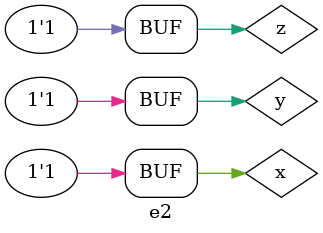
<source format=v>
module fxyz (output s1, output s2, input x, y, z);
assign s1 = ~(y | x) & (~y | ~x); //( y + x )' . ( y' + x' )
assign s2 = ~y & ~x;
endmodule // fxyz

module e2;
reg x, y, z;
wire s1, s2;
// instancias
fxyz FXY (s1, s2, x, y, z);
// valores iniciais
initial begin: start
x=1'bx; y=1'bx; z=1'bx;// indefinidos
end
// parte principal
initial begin: main
// identificacao
$display("Test boolean expression");
$display("\n s1 = ( y + x )' . ( y' + x') --- s2 = y' . x'\n");
// monitoramento
$display(" x  y  z =   nao_simpl  simpl");
$monitor("%2b %2b %2b =\t%2b \t %2b", x, y, z, s1, s2);
// sinalizacao
#1 x=0; y=0; z=0;
#1 x=0; y=0; z=1;
#1 x=0; y=1; z=0;
#1 x=0; y=1; z=1;
#1 x=1; y=0; z=0;
#1 x=1; y=0; z=1;
#1 x=1; y=1; z=0;
#1 x=1; y=1; z=1;
end
endmodule // test_module
</source>
